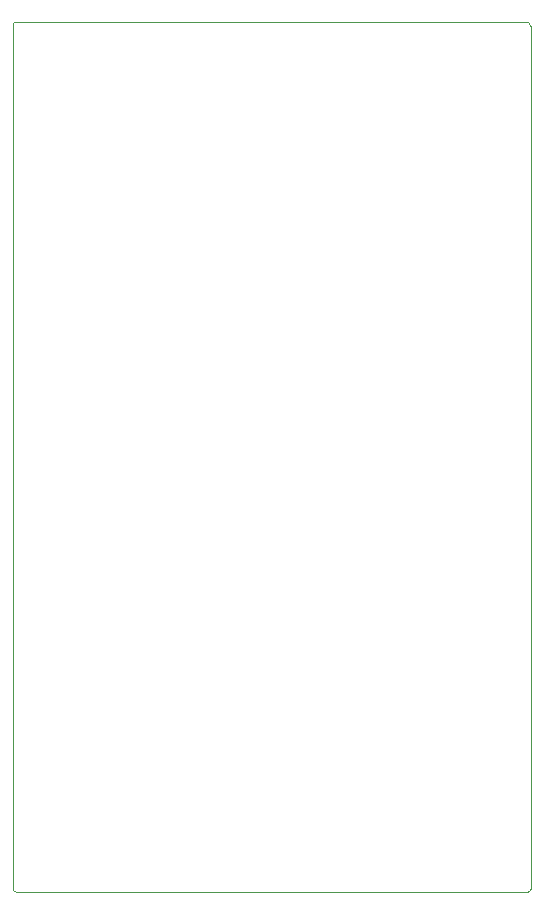
<source format=gbp>
%TF.GenerationSoftware,KiCad,Pcbnew,(5.1.10-1-10_14)*%
%TF.CreationDate,2021-10-09T12:14:23-05:00*%
%TF.ProjectId,bluepill_scsi,626c7565-7069-46c6-9c5f-736373692e6b,rev?*%
%TF.SameCoordinates,Original*%
%TF.FileFunction,Paste,Bot*%
%TF.FilePolarity,Positive*%
%FSLAX46Y46*%
G04 Gerber Fmt 4.6, Leading zero omitted, Abs format (unit mm)*
G04 Created by KiCad (PCBNEW (5.1.10-1-10_14)) date 2021-10-09 12:14:23*
%MOMM*%
%LPD*%
G01*
G04 APERTURE LIST*
%TA.AperFunction,Profile*%
%ADD10C,0.050000*%
%TD*%
G04 APERTURE END LIST*
D10*
X125095000Y-169291000D02*
G75*
G02*
X124841000Y-169545000I-254000J0D01*
G01*
X81534000Y-169545000D02*
G75*
G02*
X81280000Y-169291000I0J254000D01*
G01*
X81280000Y-96139000D02*
G75*
G02*
X81534000Y-95885000I254000J0D01*
G01*
X124714000Y-95885000D02*
G75*
G02*
X125095000Y-96266000I0J-381000D01*
G01*
X81915000Y-169545000D02*
X81534000Y-169545000D01*
X81280000Y-168275000D02*
X81280000Y-169291000D01*
X124841000Y-169545000D02*
X81915000Y-169545000D01*
X125095000Y-168275000D02*
X125095000Y-169291000D01*
X124714000Y-95885000D02*
X81534000Y-95885000D01*
X125095000Y-168275000D02*
X125095000Y-96266000D01*
X81280000Y-168275000D02*
X81280000Y-96139000D01*
M02*

</source>
